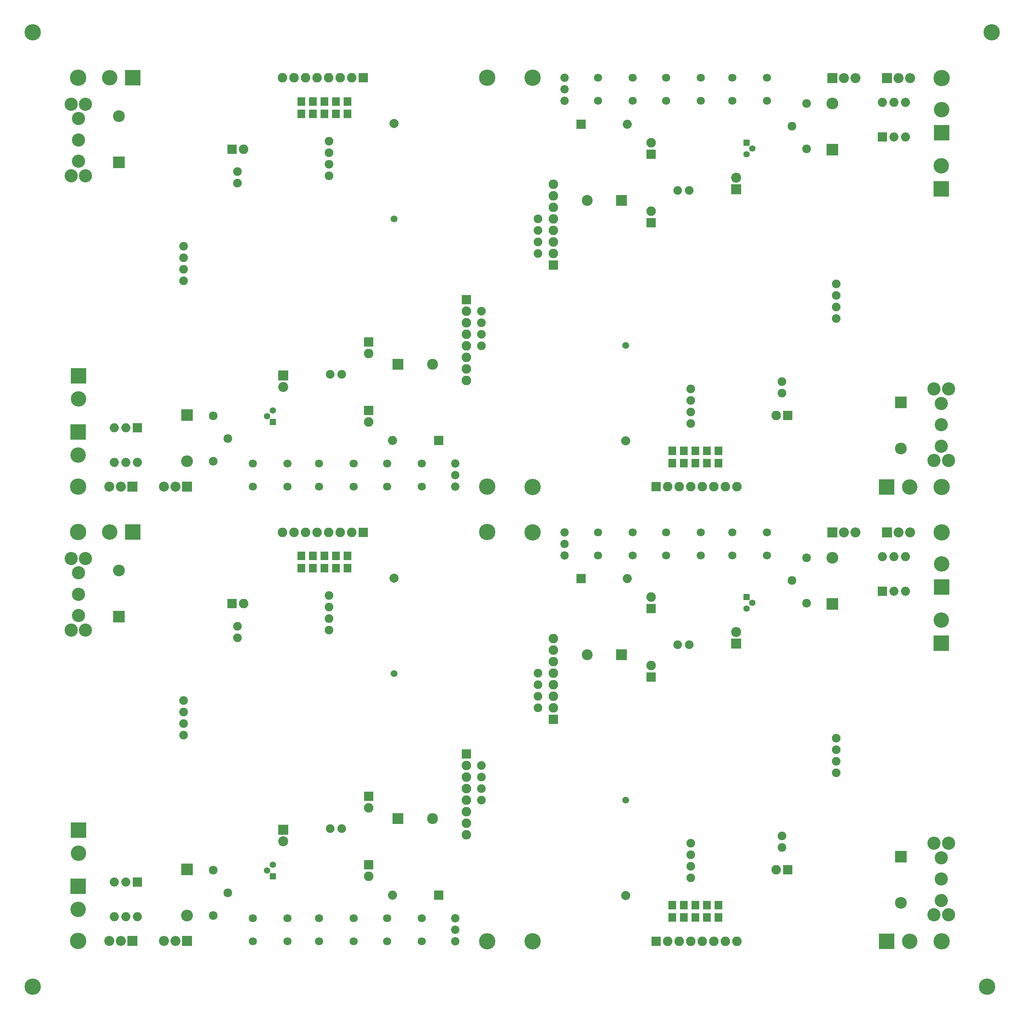
<source format=gbr>
G04 #@! TF.FileFunction,Soldermask,Bot*
%FSLAX46Y46*%
G04 Gerber Fmt 4.6, Leading zero omitted, Abs format (unit mm)*
G04 Created by KiCad (PCBNEW 4.0.7-e2-6376~58~ubuntu16.04.1) date Sun Nov 18 23:18:58 2018*
%MOMM*%
%LPD*%
G01*
G04 APERTURE LIST*
%ADD10C,0.100000*%
%ADD11C,3.600000*%
%ADD12R,1.700000X1.900000*%
%ADD13R,2.100000X2.100000*%
%ADD14O,2.100000X2.100000*%
%ADD15R,2.400000X2.400000*%
%ADD16C,2.400000*%
%ADD17R,2.000000X2.000000*%
%ADD18O,2.000000X2.000000*%
%ADD19C,1.900000*%
%ADD20C,2.000000*%
%ADD21C,1.500000*%
%ADD22R,2.200000X2.200000*%
%ADD23C,2.200000*%
%ADD24R,3.400000X3.400000*%
%ADD25C,3.400000*%
%ADD26R,2.600000X2.600000*%
%ADD27O,2.600000X2.600000*%
%ADD28C,2.900000*%
%ADD29O,2.200000X2.200000*%
%ADD30C,1.400000*%
%ADD31R,1.400000X1.400000*%
%ADD32C,1.797000*%
%ADD33C,1.924000*%
%ADD34C,1.840000*%
G04 APERTURE END LIST*
D10*
D11*
X-5000000Y-205000000D03*
X-5000000Y5000000D03*
X206000000Y5000000D03*
X205000000Y-205000000D03*
D12*
X59182580Y-110206880D03*
X59182580Y-112906880D03*
X61722580Y-110206880D03*
X61722580Y-112906880D03*
X64262580Y-110206880D03*
X64262580Y-112906880D03*
X54102580Y-110206880D03*
X54102580Y-112906880D03*
X56642580Y-110206880D03*
X56642580Y-112906880D03*
D13*
X90416580Y-153840380D03*
D14*
X90416580Y-156380380D03*
X90416580Y-158920380D03*
X90416580Y-161460380D03*
X90416580Y-164000380D03*
X90416580Y-166540380D03*
X90416580Y-169080380D03*
X90416580Y-171620380D03*
D13*
X68933260Y-178188820D03*
D14*
X68933260Y-180728820D03*
D15*
X75400200Y-168000000D03*
D16*
X83000200Y-168000000D03*
D17*
X84328580Y-184836000D03*
D18*
X74168580Y-184836000D03*
D13*
X68933260Y-163152020D03*
D14*
X68933260Y-165692020D03*
D19*
X63056640Y-170218300D03*
X93769380Y-164000380D03*
X93769380Y-161460380D03*
X93769380Y-158920380D03*
X93777000Y-156380380D03*
X60190580Y-126535380D03*
X60190580Y-123995380D03*
X60190580Y-121455380D03*
X60190580Y-118915380D03*
D13*
X67780580Y-104999880D03*
D14*
X65240580Y-104999880D03*
X62700580Y-104999880D03*
X60160580Y-104999880D03*
X57620580Y-104999880D03*
X55080580Y-104999880D03*
X52540580Y-104999880D03*
X50000580Y-104999880D03*
D11*
X95000580Y-104992380D03*
D20*
X74496580Y-115071880D03*
D21*
X74496580Y-136071880D03*
D22*
X50165580Y-170484880D03*
D23*
X50165580Y-173024880D03*
D19*
X60516640Y-170218300D03*
X28186580Y-149649380D03*
X28186580Y-147109380D03*
D11*
X4992580Y-104992380D03*
D24*
X17072580Y-104992380D03*
D25*
X11992580Y-104992380D03*
D26*
X13962580Y-123614380D03*
D27*
X13962580Y-113454380D03*
D28*
X5072580Y-123360380D03*
X5072580Y-118661380D03*
X5072580Y-113962380D03*
X3485080Y-110787380D03*
X3485080Y-126535380D03*
X6660080Y-110787380D03*
X6660080Y-126535380D03*
D13*
X38862200Y-120700780D03*
D14*
X41402200Y-120700780D03*
D19*
X40106580Y-125654000D03*
X40106580Y-128194000D03*
X28186580Y-144569380D03*
X28186580Y-142029380D03*
D24*
X5106580Y-170590380D03*
D25*
X5106580Y-175670380D03*
D11*
X4992580Y-194992380D03*
D24*
X4992580Y-182912380D03*
D25*
X4992580Y-187992380D03*
D22*
X28992580Y-194992380D03*
D29*
X26452580Y-194992380D03*
X23912580Y-194992380D03*
D26*
X29012080Y-179240380D03*
D27*
X29012080Y-189400380D03*
D17*
X18026580Y-182034380D03*
D18*
X12946580Y-189654380D03*
X15486580Y-182034380D03*
X15486580Y-189654380D03*
X12946580Y-182034380D03*
X18026580Y-189654380D03*
D22*
X16992580Y-194992380D03*
D29*
X14452580Y-194992380D03*
X11912580Y-194992380D03*
D30*
X46606660Y-179463900D03*
X47876660Y-178193900D03*
D31*
X47876660Y-180733900D03*
D32*
X51057142Y-189919880D03*
X51057142Y-194999880D03*
X43437142Y-189919880D03*
X43437142Y-194999880D03*
D33*
X37932360Y-184388960D03*
X34732360Y-179388960D03*
X34732360Y-189388960D03*
D32*
X65620580Y-189919880D03*
X65620580Y-194999880D03*
X58000580Y-189919880D03*
X58000580Y-194999880D03*
D34*
X88000580Y-194999880D03*
X88000580Y-192459880D03*
X88000580Y-189919880D03*
D11*
X95000580Y-194999880D03*
D32*
X80620580Y-189919880D03*
X80620580Y-194999880D03*
X73000580Y-189919880D03*
X73000580Y-194999880D03*
D12*
X140817420Y-189793120D03*
X140817420Y-187093120D03*
X138277420Y-189793120D03*
X138277420Y-187093120D03*
X135737420Y-189793120D03*
X135737420Y-187093120D03*
X145897420Y-189793120D03*
X145897420Y-187093120D03*
X143357420Y-189793120D03*
X143357420Y-187093120D03*
D13*
X109583420Y-146159620D03*
D14*
X109583420Y-143619620D03*
X109583420Y-141079620D03*
X109583420Y-138539620D03*
X109583420Y-135999620D03*
X109583420Y-133459620D03*
X109583420Y-130919620D03*
X109583420Y-128379620D03*
D13*
X131066740Y-121811180D03*
D14*
X131066740Y-119271180D03*
D15*
X124599800Y-132000000D03*
D16*
X116999800Y-132000000D03*
D17*
X115671420Y-115164000D03*
D18*
X125831420Y-115164000D03*
D13*
X131066740Y-136847980D03*
D14*
X131066740Y-134307980D03*
D19*
X136943360Y-129781700D03*
X106230620Y-135999620D03*
X106230620Y-138539620D03*
X106230620Y-141079620D03*
X106223000Y-143619620D03*
X139809420Y-173464620D03*
X139809420Y-176004620D03*
X139809420Y-178544620D03*
X139809420Y-181084620D03*
D13*
X132219420Y-195000120D03*
D14*
X134759420Y-195000120D03*
X137299420Y-195000120D03*
X139839420Y-195000120D03*
X142379420Y-195000120D03*
X144919420Y-195000120D03*
X147459420Y-195000120D03*
X149999420Y-195000120D03*
D11*
X104999420Y-195007620D03*
D20*
X125503420Y-184928120D03*
D21*
X125503420Y-163928120D03*
D22*
X149834420Y-129515120D03*
D23*
X149834420Y-126975120D03*
D19*
X139483360Y-129781700D03*
X171813420Y-150350620D03*
X171813420Y-152890620D03*
D11*
X195007420Y-195007620D03*
D24*
X182927420Y-195007620D03*
D25*
X188007420Y-195007620D03*
D26*
X186037420Y-176385620D03*
D27*
X186037420Y-186545620D03*
D28*
X194927420Y-176639620D03*
X194927420Y-181338620D03*
X194927420Y-186037620D03*
X196514920Y-189212620D03*
X196514920Y-173464620D03*
X193339920Y-189212620D03*
X193339920Y-173464620D03*
D13*
X161137800Y-179299220D03*
D14*
X158597800Y-179299220D03*
D19*
X159893420Y-174346000D03*
X159893420Y-171806000D03*
X171813420Y-155430620D03*
X171813420Y-157970620D03*
D24*
X194893420Y-129409620D03*
D25*
X194893420Y-124329620D03*
D11*
X195007420Y-105007620D03*
D24*
X195007420Y-117087620D03*
D25*
X195007420Y-112007620D03*
D22*
X171007420Y-105007620D03*
D29*
X173547420Y-105007620D03*
X176087420Y-105007620D03*
D26*
X170987920Y-120759620D03*
D27*
X170987920Y-110599620D03*
D17*
X181973420Y-117965620D03*
D18*
X187053420Y-110345620D03*
X184513420Y-117965620D03*
X184513420Y-110345620D03*
X187053420Y-117965620D03*
X181973420Y-110345620D03*
D22*
X183007420Y-105007620D03*
D29*
X185547420Y-105007620D03*
X188087420Y-105007620D03*
D30*
X153393340Y-120536100D03*
X152123340Y-121806100D03*
D31*
X152123340Y-119266100D03*
D32*
X148942858Y-110080120D03*
X148942858Y-105000120D03*
X156562858Y-110080120D03*
X156562858Y-105000120D03*
D33*
X162067640Y-115611040D03*
X165267640Y-120611040D03*
X165267640Y-110611040D03*
D32*
X134379420Y-110080120D03*
X134379420Y-105000120D03*
X141999420Y-110080120D03*
X141999420Y-105000120D03*
D34*
X111999420Y-105000120D03*
X111999420Y-107540120D03*
X111999420Y-110080120D03*
D11*
X104999420Y-105000120D03*
D32*
X119379420Y-110080120D03*
X119379420Y-105000120D03*
X126999420Y-110080120D03*
X126999420Y-105000120D03*
D12*
X140817420Y-89793120D03*
X140817420Y-87093120D03*
X138277420Y-89793120D03*
X138277420Y-87093120D03*
X135737420Y-89793120D03*
X135737420Y-87093120D03*
X145897420Y-89793120D03*
X145897420Y-87093120D03*
X143357420Y-89793120D03*
X143357420Y-87093120D03*
D13*
X109583420Y-46159620D03*
D14*
X109583420Y-43619620D03*
X109583420Y-41079620D03*
X109583420Y-38539620D03*
X109583420Y-35999620D03*
X109583420Y-33459620D03*
X109583420Y-30919620D03*
X109583420Y-28379620D03*
D13*
X131066740Y-21811180D03*
D14*
X131066740Y-19271180D03*
D15*
X124599800Y-32000000D03*
D16*
X116999800Y-32000000D03*
D17*
X115671420Y-15164000D03*
D18*
X125831420Y-15164000D03*
D13*
X131066740Y-36847980D03*
D14*
X131066740Y-34307980D03*
D19*
X136943360Y-29781700D03*
X106230620Y-35999620D03*
X106230620Y-38539620D03*
X106230620Y-41079620D03*
X106223000Y-43619620D03*
X139809420Y-73464620D03*
X139809420Y-76004620D03*
X139809420Y-78544620D03*
X139809420Y-81084620D03*
D13*
X132219420Y-95000120D03*
D14*
X134759420Y-95000120D03*
X137299420Y-95000120D03*
X139839420Y-95000120D03*
X142379420Y-95000120D03*
X144919420Y-95000120D03*
X147459420Y-95000120D03*
X149999420Y-95000120D03*
D11*
X104999420Y-95007620D03*
D20*
X125503420Y-84928120D03*
D21*
X125503420Y-63928120D03*
D22*
X149834420Y-29515120D03*
D23*
X149834420Y-26975120D03*
D19*
X139483360Y-29781700D03*
X171813420Y-50350620D03*
X171813420Y-52890620D03*
D11*
X195007420Y-95007620D03*
D24*
X182927420Y-95007620D03*
D25*
X188007420Y-95007620D03*
D26*
X186037420Y-76385620D03*
D27*
X186037420Y-86545620D03*
D28*
X194927420Y-76639620D03*
X194927420Y-81338620D03*
X194927420Y-86037620D03*
X196514920Y-89212620D03*
X196514920Y-73464620D03*
X193339920Y-89212620D03*
X193339920Y-73464620D03*
D13*
X161137800Y-79299220D03*
D14*
X158597800Y-79299220D03*
D19*
X159893420Y-74346000D03*
X159893420Y-71806000D03*
X171813420Y-55430620D03*
X171813420Y-57970620D03*
D24*
X194893420Y-29409620D03*
D25*
X194893420Y-24329620D03*
D11*
X195007420Y-5007620D03*
D24*
X195007420Y-17087620D03*
D25*
X195007420Y-12007620D03*
D22*
X171007420Y-5007620D03*
D29*
X173547420Y-5007620D03*
X176087420Y-5007620D03*
D26*
X170987920Y-20759620D03*
D27*
X170987920Y-10599620D03*
D17*
X181973420Y-17965620D03*
D18*
X187053420Y-10345620D03*
X184513420Y-17965620D03*
X184513420Y-10345620D03*
X187053420Y-17965620D03*
X181973420Y-10345620D03*
D22*
X183007420Y-5007620D03*
D29*
X185547420Y-5007620D03*
X188087420Y-5007620D03*
D30*
X153393340Y-20536100D03*
X152123340Y-21806100D03*
D31*
X152123340Y-19266100D03*
D32*
X148942858Y-10080120D03*
X148942858Y-5000120D03*
X156562858Y-10080120D03*
X156562858Y-5000120D03*
D33*
X162067640Y-15611040D03*
X165267640Y-20611040D03*
X165267640Y-10611040D03*
D32*
X134379420Y-10080120D03*
X134379420Y-5000120D03*
X141999420Y-10080120D03*
X141999420Y-5000120D03*
D34*
X111999420Y-5000120D03*
X111999420Y-7540120D03*
X111999420Y-10080120D03*
D11*
X104999420Y-5000120D03*
D32*
X119379420Y-10080120D03*
X119379420Y-5000120D03*
X126999420Y-10080120D03*
X126999420Y-5000120D03*
D13*
X90416580Y-53840380D03*
D14*
X90416580Y-56380380D03*
X90416580Y-58920380D03*
X90416580Y-61460380D03*
X90416580Y-64000380D03*
X90416580Y-66540380D03*
X90416580Y-69080380D03*
X90416580Y-71620380D03*
D32*
X65620580Y-89919880D03*
X65620580Y-94999880D03*
X58000580Y-89919880D03*
X58000580Y-94999880D03*
D34*
X88000580Y-94999880D03*
X88000580Y-92459880D03*
X88000580Y-89919880D03*
D11*
X95000580Y-94999880D03*
X95000580Y-4992380D03*
D33*
X37932360Y-84388960D03*
X34732360Y-79388960D03*
X34732360Y-89388960D03*
D11*
X4992580Y-94992380D03*
D15*
X75400200Y-68000000D03*
D16*
X83000200Y-68000000D03*
D26*
X13962580Y-23614380D03*
D27*
X13962580Y-13454380D03*
D17*
X84328580Y-84836000D03*
D18*
X74168580Y-84836000D03*
D26*
X29012080Y-79240380D03*
D27*
X29012080Y-89400380D03*
D20*
X74496580Y-15071880D03*
D21*
X74496580Y-36071880D03*
D24*
X17072580Y-4992380D03*
D25*
X11992580Y-4992380D03*
D13*
X67780580Y-4999880D03*
D14*
X65240580Y-4999880D03*
X62700580Y-4999880D03*
X60160580Y-4999880D03*
X57620580Y-4999880D03*
X55080580Y-4999880D03*
X52540580Y-4999880D03*
X50000580Y-4999880D03*
D24*
X4992580Y-82912380D03*
D25*
X4992580Y-87992380D03*
D13*
X38862200Y-20700780D03*
D14*
X41402200Y-20700780D03*
D13*
X68933260Y-63152020D03*
D14*
X68933260Y-65692020D03*
D13*
X68933260Y-78188820D03*
D14*
X68933260Y-80728820D03*
D30*
X46606660Y-79463900D03*
X47876660Y-78193900D03*
D31*
X47876660Y-80733900D03*
D22*
X16992580Y-94992380D03*
D29*
X14452580Y-94992380D03*
X11912580Y-94992380D03*
D22*
X28992580Y-94992380D03*
D29*
X26452580Y-94992380D03*
X23912580Y-94992380D03*
D12*
X64262580Y-10206880D03*
X64262580Y-12906880D03*
X61722580Y-10206880D03*
X61722580Y-12906880D03*
X59182580Y-10206880D03*
X59182580Y-12906880D03*
X56642580Y-10206880D03*
X56642580Y-12906880D03*
X54102580Y-10206880D03*
X54102580Y-12906880D03*
D28*
X5072580Y-23360380D03*
X5072580Y-18661380D03*
X5072580Y-13962380D03*
X3485080Y-10787380D03*
X3485080Y-26535380D03*
X6660080Y-10787380D03*
X6660080Y-26535380D03*
D32*
X51057142Y-89919880D03*
X51057142Y-94999880D03*
X43437142Y-89919880D03*
X43437142Y-94999880D03*
X80620580Y-89919880D03*
X80620580Y-94999880D03*
X73000580Y-89919880D03*
X73000580Y-94999880D03*
D19*
X40106580Y-28194000D03*
X40106580Y-25654000D03*
X60516640Y-70218300D03*
X60190580Y-18915380D03*
X60190580Y-23995380D03*
X60190580Y-26535380D03*
X60190580Y-21455380D03*
X93769380Y-64000380D03*
X93777000Y-56380380D03*
X93769380Y-58920380D03*
X93769380Y-61460380D03*
X28186580Y-44569380D03*
X28186580Y-42029380D03*
X28186580Y-47109380D03*
X28186580Y-49649380D03*
D17*
X18026580Y-82034380D03*
D18*
X12946580Y-89654380D03*
X15486580Y-82034380D03*
X15486580Y-89654380D03*
X12946580Y-82034380D03*
X18026580Y-89654380D03*
D11*
X4992580Y-4992380D03*
D24*
X5106580Y-70590380D03*
D25*
X5106580Y-75670380D03*
D22*
X50165580Y-70484880D03*
D23*
X50165580Y-73024880D03*
D19*
X63056640Y-70218300D03*
M02*

</source>
